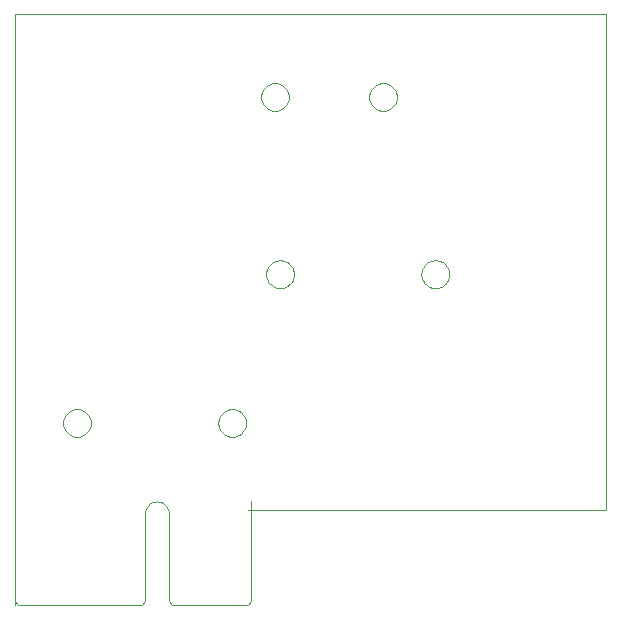
<source format=gko>
G75*
%MOIN*%
%OFA0B0*%
%FSLAX24Y24*%
%IPPOS*%
%LPD*%
%AMOC8*
5,1,8,0,0,1.08239X$1,22.5*
%
%ADD10C,0.0000*%
%ADD11C,0.0028*%
D10*
X000150Y000110D02*
X000150Y019795D01*
X019835Y019795D01*
X019835Y003259D01*
X007926Y003259D01*
X006919Y006173D02*
X006921Y006216D01*
X006927Y006258D01*
X006937Y006300D01*
X006950Y006340D01*
X006968Y006379D01*
X006988Y006417D01*
X007013Y006452D01*
X007040Y006485D01*
X007070Y006515D01*
X007103Y006542D01*
X007138Y006567D01*
X007176Y006587D01*
X007215Y006605D01*
X007255Y006618D01*
X007297Y006628D01*
X007339Y006634D01*
X007382Y006636D01*
X007425Y006634D01*
X007467Y006628D01*
X007509Y006618D01*
X007549Y006605D01*
X007588Y006587D01*
X007626Y006567D01*
X007661Y006542D01*
X007694Y006515D01*
X007724Y006485D01*
X007751Y006452D01*
X007776Y006417D01*
X007796Y006379D01*
X007814Y006340D01*
X007827Y006300D01*
X007837Y006258D01*
X007843Y006216D01*
X007845Y006173D01*
X007843Y006130D01*
X007837Y006088D01*
X007827Y006046D01*
X007814Y006006D01*
X007796Y005967D01*
X007776Y005929D01*
X007751Y005894D01*
X007724Y005861D01*
X007694Y005831D01*
X007661Y005804D01*
X007626Y005779D01*
X007588Y005759D01*
X007549Y005741D01*
X007509Y005728D01*
X007467Y005718D01*
X007425Y005712D01*
X007382Y005710D01*
X007339Y005712D01*
X007297Y005718D01*
X007255Y005728D01*
X007215Y005741D01*
X007176Y005759D01*
X007138Y005779D01*
X007103Y005804D01*
X007070Y005831D01*
X007040Y005861D01*
X007013Y005894D01*
X006988Y005929D01*
X006968Y005967D01*
X006950Y006006D01*
X006937Y006046D01*
X006927Y006088D01*
X006921Y006130D01*
X006919Y006173D01*
X001746Y006173D02*
X001748Y006216D01*
X001754Y006258D01*
X001764Y006300D01*
X001777Y006340D01*
X001795Y006379D01*
X001815Y006417D01*
X001840Y006452D01*
X001867Y006485D01*
X001897Y006515D01*
X001930Y006542D01*
X001965Y006567D01*
X002003Y006587D01*
X002042Y006605D01*
X002082Y006618D01*
X002124Y006628D01*
X002166Y006634D01*
X002209Y006636D01*
X002252Y006634D01*
X002294Y006628D01*
X002336Y006618D01*
X002376Y006605D01*
X002415Y006587D01*
X002453Y006567D01*
X002488Y006542D01*
X002521Y006515D01*
X002551Y006485D01*
X002578Y006452D01*
X002603Y006417D01*
X002623Y006379D01*
X002641Y006340D01*
X002654Y006300D01*
X002664Y006258D01*
X002670Y006216D01*
X002672Y006173D01*
X002670Y006130D01*
X002664Y006088D01*
X002654Y006046D01*
X002641Y006006D01*
X002623Y005967D01*
X002603Y005929D01*
X002578Y005894D01*
X002551Y005861D01*
X002521Y005831D01*
X002488Y005804D01*
X002453Y005779D01*
X002415Y005759D01*
X002376Y005741D01*
X002336Y005728D01*
X002294Y005718D01*
X002252Y005712D01*
X002209Y005710D01*
X002166Y005712D01*
X002124Y005718D01*
X002082Y005728D01*
X002042Y005741D01*
X002003Y005759D01*
X001965Y005779D01*
X001930Y005804D01*
X001897Y005831D01*
X001867Y005861D01*
X001840Y005894D01*
X001815Y005929D01*
X001795Y005967D01*
X001777Y006006D01*
X001764Y006046D01*
X001754Y006088D01*
X001748Y006130D01*
X001746Y006173D01*
X008518Y011133D02*
X008520Y011176D01*
X008526Y011218D01*
X008536Y011260D01*
X008549Y011300D01*
X008567Y011339D01*
X008587Y011377D01*
X008612Y011412D01*
X008639Y011445D01*
X008669Y011475D01*
X008702Y011502D01*
X008737Y011527D01*
X008775Y011547D01*
X008814Y011565D01*
X008854Y011578D01*
X008896Y011588D01*
X008938Y011594D01*
X008981Y011596D01*
X009024Y011594D01*
X009066Y011588D01*
X009108Y011578D01*
X009148Y011565D01*
X009187Y011547D01*
X009225Y011527D01*
X009260Y011502D01*
X009293Y011475D01*
X009323Y011445D01*
X009350Y011412D01*
X009375Y011377D01*
X009395Y011339D01*
X009413Y011300D01*
X009426Y011260D01*
X009436Y011218D01*
X009442Y011176D01*
X009444Y011133D01*
X009442Y011090D01*
X009436Y011048D01*
X009426Y011006D01*
X009413Y010966D01*
X009395Y010927D01*
X009375Y010889D01*
X009350Y010854D01*
X009323Y010821D01*
X009293Y010791D01*
X009260Y010764D01*
X009225Y010739D01*
X009187Y010719D01*
X009148Y010701D01*
X009108Y010688D01*
X009066Y010678D01*
X009024Y010672D01*
X008981Y010670D01*
X008938Y010672D01*
X008896Y010678D01*
X008854Y010688D01*
X008814Y010701D01*
X008775Y010719D01*
X008737Y010739D01*
X008702Y010764D01*
X008669Y010791D01*
X008639Y010821D01*
X008612Y010854D01*
X008587Y010889D01*
X008567Y010927D01*
X008549Y010966D01*
X008536Y011006D01*
X008526Y011048D01*
X008520Y011090D01*
X008518Y011133D01*
X013691Y011133D02*
X013693Y011176D01*
X013699Y011218D01*
X013709Y011260D01*
X013722Y011300D01*
X013740Y011339D01*
X013760Y011377D01*
X013785Y011412D01*
X013812Y011445D01*
X013842Y011475D01*
X013875Y011502D01*
X013910Y011527D01*
X013948Y011547D01*
X013987Y011565D01*
X014027Y011578D01*
X014069Y011588D01*
X014111Y011594D01*
X014154Y011596D01*
X014197Y011594D01*
X014239Y011588D01*
X014281Y011578D01*
X014321Y011565D01*
X014360Y011547D01*
X014398Y011527D01*
X014433Y011502D01*
X014466Y011475D01*
X014496Y011445D01*
X014523Y011412D01*
X014548Y011377D01*
X014568Y011339D01*
X014586Y011300D01*
X014599Y011260D01*
X014609Y011218D01*
X014615Y011176D01*
X014617Y011133D01*
X014615Y011090D01*
X014609Y011048D01*
X014599Y011006D01*
X014586Y010966D01*
X014568Y010927D01*
X014548Y010889D01*
X014523Y010854D01*
X014496Y010821D01*
X014466Y010791D01*
X014433Y010764D01*
X014398Y010739D01*
X014360Y010719D01*
X014321Y010701D01*
X014281Y010688D01*
X014239Y010678D01*
X014197Y010672D01*
X014154Y010670D01*
X014111Y010672D01*
X014069Y010678D01*
X014027Y010688D01*
X013987Y010701D01*
X013948Y010719D01*
X013910Y010739D01*
X013875Y010764D01*
X013842Y010791D01*
X013812Y010821D01*
X013785Y010854D01*
X013760Y010889D01*
X013740Y010927D01*
X013722Y010966D01*
X013709Y011006D01*
X013699Y011048D01*
X013693Y011090D01*
X013691Y011133D01*
X011951Y017039D02*
X011953Y017082D01*
X011959Y017124D01*
X011969Y017166D01*
X011982Y017206D01*
X012000Y017245D01*
X012020Y017283D01*
X012045Y017318D01*
X012072Y017351D01*
X012102Y017381D01*
X012135Y017408D01*
X012170Y017433D01*
X012208Y017453D01*
X012247Y017471D01*
X012287Y017484D01*
X012329Y017494D01*
X012371Y017500D01*
X012414Y017502D01*
X012457Y017500D01*
X012499Y017494D01*
X012541Y017484D01*
X012581Y017471D01*
X012620Y017453D01*
X012658Y017433D01*
X012693Y017408D01*
X012726Y017381D01*
X012756Y017351D01*
X012783Y017318D01*
X012808Y017283D01*
X012828Y017245D01*
X012846Y017206D01*
X012859Y017166D01*
X012869Y017124D01*
X012875Y017082D01*
X012877Y017039D01*
X012875Y016996D01*
X012869Y016954D01*
X012859Y016912D01*
X012846Y016872D01*
X012828Y016833D01*
X012808Y016795D01*
X012783Y016760D01*
X012756Y016727D01*
X012726Y016697D01*
X012693Y016670D01*
X012658Y016645D01*
X012620Y016625D01*
X012581Y016607D01*
X012541Y016594D01*
X012499Y016584D01*
X012457Y016578D01*
X012414Y016576D01*
X012371Y016578D01*
X012329Y016584D01*
X012287Y016594D01*
X012247Y016607D01*
X012208Y016625D01*
X012170Y016645D01*
X012135Y016670D01*
X012102Y016697D01*
X012072Y016727D01*
X012045Y016760D01*
X012020Y016795D01*
X012000Y016833D01*
X011982Y016872D01*
X011969Y016912D01*
X011959Y016954D01*
X011953Y016996D01*
X011951Y017039D01*
X008348Y017039D02*
X008350Y017082D01*
X008356Y017124D01*
X008366Y017166D01*
X008379Y017206D01*
X008397Y017245D01*
X008417Y017283D01*
X008442Y017318D01*
X008469Y017351D01*
X008499Y017381D01*
X008532Y017408D01*
X008567Y017433D01*
X008605Y017453D01*
X008644Y017471D01*
X008684Y017484D01*
X008726Y017494D01*
X008768Y017500D01*
X008811Y017502D01*
X008854Y017500D01*
X008896Y017494D01*
X008938Y017484D01*
X008978Y017471D01*
X009017Y017453D01*
X009055Y017433D01*
X009090Y017408D01*
X009123Y017381D01*
X009153Y017351D01*
X009180Y017318D01*
X009205Y017283D01*
X009225Y017245D01*
X009243Y017206D01*
X009256Y017166D01*
X009266Y017124D01*
X009272Y017082D01*
X009274Y017039D01*
X009272Y016996D01*
X009266Y016954D01*
X009256Y016912D01*
X009243Y016872D01*
X009225Y016833D01*
X009205Y016795D01*
X009180Y016760D01*
X009153Y016727D01*
X009123Y016697D01*
X009090Y016670D01*
X009055Y016645D01*
X009017Y016625D01*
X008978Y016607D01*
X008938Y016594D01*
X008896Y016584D01*
X008854Y016578D01*
X008811Y016576D01*
X008768Y016578D01*
X008726Y016584D01*
X008684Y016594D01*
X008644Y016607D01*
X008605Y016625D01*
X008567Y016645D01*
X008532Y016670D01*
X008499Y016697D01*
X008469Y016727D01*
X008442Y016760D01*
X008417Y016795D01*
X008397Y016833D01*
X008379Y016872D01*
X008366Y016912D01*
X008356Y016954D01*
X008350Y016996D01*
X008348Y017039D01*
D11*
X000150Y003657D02*
X000150Y002319D01*
X000150Y000232D01*
X000229Y000114D01*
X004363Y000114D01*
X004481Y000232D01*
X004481Y002319D01*
X004481Y002338D02*
X004481Y003165D01*
X004480Y003165D02*
X004482Y003204D01*
X004488Y003242D01*
X004497Y003279D01*
X004510Y003316D01*
X004527Y003351D01*
X004546Y003384D01*
X004569Y003415D01*
X004595Y003444D01*
X004624Y003470D01*
X004655Y003493D01*
X004688Y003512D01*
X004723Y003529D01*
X004760Y003542D01*
X004797Y003551D01*
X004835Y003557D01*
X004874Y003559D01*
X004913Y003557D01*
X004951Y003551D01*
X004988Y003542D01*
X005025Y003529D01*
X005060Y003512D01*
X005093Y003493D01*
X005124Y003470D01*
X005153Y003444D01*
X005179Y003415D01*
X005202Y003384D01*
X005221Y003351D01*
X005238Y003316D01*
X005251Y003279D01*
X005260Y003242D01*
X005266Y003204D01*
X005268Y003165D01*
X005268Y002319D01*
X005268Y000232D01*
X005386Y000114D01*
X007906Y000114D01*
X008024Y000232D01*
X008024Y003578D01*
M02*

</source>
